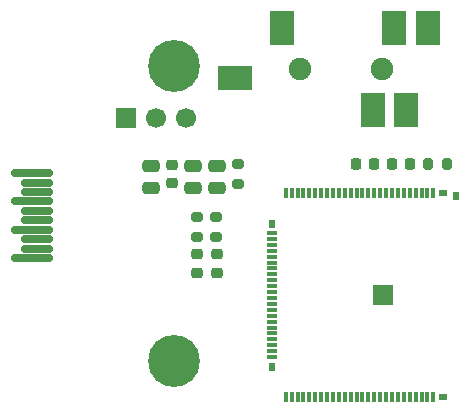
<source format=gts>
G04 #@! TF.GenerationSoftware,KiCad,Pcbnew,9.0.3*
G04 #@! TF.CreationDate,2025-07-22T18:38:49+01:00*
G04 #@! TF.ProjectId,dectspansion,64656374-7370-4616-9e73-696f6e2e6b69,rev?*
G04 #@! TF.SameCoordinates,Original*
G04 #@! TF.FileFunction,Soldermask,Top*
G04 #@! TF.FilePolarity,Negative*
%FSLAX46Y46*%
G04 Gerber Fmt 4.6, Leading zero omitted, Abs format (unit mm)*
G04 Created by KiCad (PCBNEW 9.0.3) date 2025-07-22 18:38:49*
%MOMM*%
%LPD*%
G01*
G04 APERTURE LIST*
G04 Aperture macros list*
%AMRoundRect*
0 Rectangle with rounded corners*
0 $1 Rounding radius*
0 $2 $3 $4 $5 $6 $7 $8 $9 X,Y pos of 4 corners*
0 Add a 4 corners polygon primitive as box body*
4,1,4,$2,$3,$4,$5,$6,$7,$8,$9,$2,$3,0*
0 Add four circle primitives for the rounded corners*
1,1,$1+$1,$2,$3*
1,1,$1+$1,$4,$5*
1,1,$1+$1,$6,$7*
1,1,$1+$1,$8,$9*
0 Add four rect primitives between the rounded corners*
20,1,$1+$1,$2,$3,$4,$5,0*
20,1,$1+$1,$4,$5,$6,$7,0*
20,1,$1+$1,$6,$7,$8,$9,0*
20,1,$1+$1,$8,$9,$2,$3,0*%
G04 Aperture macros list end*
%ADD10C,0.000000*%
%ADD11C,1.900000*%
%ADD12R,2.000000X3.000000*%
%ADD13R,3.000000X2.000000*%
%ADD14RoundRect,0.250000X0.475000X-0.250000X0.475000X0.250000X-0.475000X0.250000X-0.475000X-0.250000X0*%
%ADD15RoundRect,0.150000X1.600000X0.150000X-1.600000X0.150000X-1.600000X-0.150000X1.600000X-0.150000X0*%
%ADD16RoundRect,0.150000X1.200000X0.150000X-1.200000X0.150000X-1.200000X-0.150000X1.200000X-0.150000X0*%
%ADD17RoundRect,0.225000X-0.225000X-0.250000X0.225000X-0.250000X0.225000X0.250000X-0.225000X0.250000X0*%
%ADD18C,0.700000*%
%ADD19C,4.400000*%
%ADD20RoundRect,0.200000X0.275000X-0.200000X0.275000X0.200000X-0.275000X0.200000X-0.275000X-0.200000X0*%
%ADD21RoundRect,0.200000X-0.275000X0.200000X-0.275000X-0.200000X0.275000X-0.200000X0.275000X0.200000X0*%
%ADD22RoundRect,0.200000X-0.200000X-0.275000X0.200000X-0.275000X0.200000X0.275000X-0.200000X0.275000X0*%
%ADD23R,1.700000X1.700000*%
%ADD24C,1.700000*%
%ADD25RoundRect,0.225000X0.250000X-0.225000X0.250000X0.225000X-0.250000X0.225000X-0.250000X-0.225000X0*%
%ADD26RoundRect,0.218750X0.256250X-0.218750X0.256250X0.218750X-0.256250X0.218750X-0.256250X-0.218750X0*%
%ADD27R,0.660000X0.550000*%
%ADD28RoundRect,0.075000X-0.075000X0.370000X-0.075000X-0.370000X0.075000X-0.370000X0.075000X0.370000X0*%
%ADD29R,0.550000X0.800000*%
%ADD30RoundRect,0.075000X-0.370000X-0.075000X0.370000X-0.075000X0.370000X0.075000X-0.370000X0.075000X0*%
G04 APERTURE END LIST*
D10*
G36*
X136690000Y-98875000D02*
G01*
X136190000Y-98875000D01*
X136190000Y-98175000D01*
X136690000Y-98175000D01*
X136690000Y-98875000D01*
G37*
D11*
X130160000Y-87780000D03*
X123160000Y-87780000D03*
D12*
X129360000Y-91280000D03*
X131160000Y-84280000D03*
X132160000Y-91280000D03*
X134060000Y-84280000D03*
X121660000Y-84280000D03*
D13*
X117660000Y-88580000D03*
D14*
X110560000Y-97860000D03*
X110560000Y-95960000D03*
D15*
X100500000Y-96600000D03*
D16*
X100900000Y-97400000D03*
X100900000Y-98200000D03*
D15*
X100500000Y-99000000D03*
D16*
X100900000Y-99800000D03*
X100900000Y-100600000D03*
D15*
X100500000Y-101400000D03*
D16*
X100900000Y-102200000D03*
X100900000Y-103000000D03*
D15*
X100500000Y-103800000D03*
D17*
X127935000Y-95790000D03*
X129485000Y-95790000D03*
D18*
X110850000Y-87500000D03*
X111333274Y-86333274D03*
X111333274Y-88666726D03*
X112500000Y-85850000D03*
D19*
X112500000Y-87500000D03*
D18*
X112500000Y-89150000D03*
X113666726Y-86333274D03*
X113666726Y-88666726D03*
X114150000Y-87500000D03*
D14*
X116210000Y-97860000D03*
X116210000Y-95960000D03*
D20*
X114520000Y-101985000D03*
X114520000Y-100335000D03*
D17*
X131005000Y-95790000D03*
X132555000Y-95790000D03*
D21*
X116120000Y-100335000D03*
X116120000Y-101985000D03*
D14*
X114170000Y-97860000D03*
X114170000Y-95960000D03*
D22*
X134025000Y-95790000D03*
X135675000Y-95790000D03*
D21*
X117990000Y-95860000D03*
X117990000Y-97510000D03*
D23*
X108500000Y-91960000D03*
D24*
X111040000Y-91960000D03*
X113580000Y-91960000D03*
D25*
X112380000Y-97465000D03*
X112380000Y-95915000D03*
D26*
X116140000Y-105035000D03*
X116140000Y-103460000D03*
D18*
X110850000Y-112500000D03*
X111333274Y-111333274D03*
X111333274Y-113666726D03*
X112500000Y-110850000D03*
D19*
X112500000Y-112500000D03*
D18*
X112500000Y-114150000D03*
X113666726Y-111333274D03*
X113666726Y-113666726D03*
X114150000Y-112500000D03*
D27*
X135290000Y-98300000D03*
D28*
X134490000Y-98300000D03*
X133990000Y-98300000D03*
X133490000Y-98300000D03*
X132990000Y-98300000D03*
X132490000Y-98300000D03*
X131990000Y-98300000D03*
X131490000Y-98300000D03*
X130990000Y-98300000D03*
X130490000Y-98300000D03*
X129990000Y-98300000D03*
X129490000Y-98300000D03*
X128990000Y-98300000D03*
X128490000Y-98300000D03*
X127990000Y-98300000D03*
X127490000Y-98300000D03*
X126990000Y-98300000D03*
X126490000Y-98300000D03*
X125990000Y-98300000D03*
X125490000Y-98300000D03*
X124990000Y-98300000D03*
X124490000Y-98300000D03*
X123990000Y-98300000D03*
X123490000Y-98300000D03*
X122990000Y-98300000D03*
X122490000Y-98300000D03*
X121990000Y-98300000D03*
D29*
X120820000Y-100875000D03*
D30*
X120820000Y-101675000D03*
X120820000Y-102175000D03*
X120820000Y-102675000D03*
X120820000Y-103175000D03*
X120820000Y-103675000D03*
X120820000Y-104175000D03*
X120820000Y-104675000D03*
X120820000Y-105175000D03*
X120820000Y-105675000D03*
X120820000Y-106175000D03*
X120820000Y-106675000D03*
X120820000Y-107175000D03*
X120820000Y-107675000D03*
X120820000Y-108175000D03*
X120820000Y-108675000D03*
X120820000Y-109175000D03*
X120820000Y-109675000D03*
X120820000Y-110175000D03*
X120820000Y-110675000D03*
X120820000Y-111175000D03*
X120820000Y-111675000D03*
X120820000Y-112175000D03*
D29*
X120820000Y-112975000D03*
D28*
X121990000Y-115550000D03*
X122490000Y-115550000D03*
X122990000Y-115550000D03*
X123490000Y-115550000D03*
X123990000Y-115550000D03*
X124490000Y-115550000D03*
X124990000Y-115550000D03*
X125490000Y-115550000D03*
X125990000Y-115550000D03*
X126490000Y-115550000D03*
X126990000Y-115550000D03*
X127490000Y-115550000D03*
X127990000Y-115550000D03*
X128490000Y-115550000D03*
X128990000Y-115550000D03*
X129490000Y-115550000D03*
X129990000Y-115550000D03*
X130490000Y-115550000D03*
X130990000Y-115550000D03*
X131490000Y-115550000D03*
X131990000Y-115550000D03*
X132490000Y-115550000D03*
X132990000Y-115550000D03*
X133490000Y-115550000D03*
X133990000Y-115550000D03*
X134490000Y-115550000D03*
D27*
X135290000Y-115550000D03*
D23*
X130240000Y-106925000D03*
D26*
X114490000Y-105037500D03*
X114490000Y-103462500D03*
M02*

</source>
